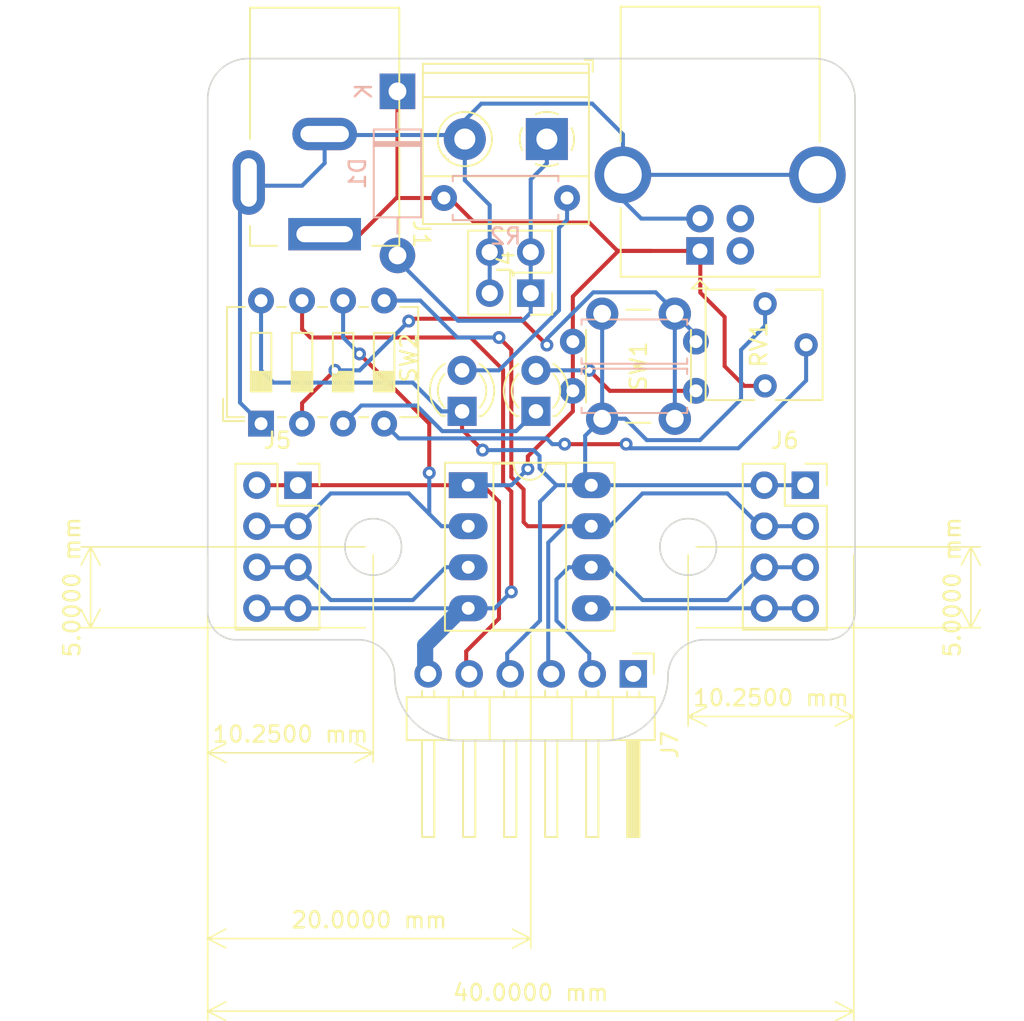
<source format=kicad_pcb>
(kicad_pcb (version 20221018) (generator pcbnew)
  (layers (0 "F.Cu" signal) (31 "B.Cu" signal) (34 "B.Paste" user) (35 "F.Paste" user) (36 "B.SilkS" user "B.Silkscreen") (37 "F.SilkS" user "F.Silkscreen") (38 "B.Mask" user) (39 "F.Mask" user) (44 "Edge.Cuts" user))
  (net 0 "")
  (net 1 "VCC")
  (net 2 "Net-(D1-A)")
  (net 3 "GND")
  (net 4 "Net-(D2-A)")
  (net 5 "/led_op")
  (net 6 "Net-(D3-A)")
  (net 7 "/on{slash}off")
  (net 10 "/ra5")
  (net 11 "/ra4")
  (net 12 "/ra3")
  (net 13 "/pgd")
  (net 14 "/pgc")
  (net 15 "/ra2")
  (net 17 "/reset")
  (net 18 "/pot")
  (footprint "Connector_PinSocket_2.54mm:PinSocket_2x04_P2.54mm_Vertical" (layer "F.Cu") (at 116.84 106.68)
    (fp_text reference "J5" (at -1.27 -2.77) (layer "F.SilkS"))
    (fp_text value "Conn_02x04_Odd_Even")
    (pad "1" thru_hole rect (at 0 0) (size 1.7 1.7) (drill 1) (layers "*.Cu" "*.Mask") (net 1 "VCC"))
    (pad "2" thru_hole oval (at -2.54 0) (size 1.7 1.7) (drill 1) (layers "*.Cu" "*.Mask") (net 1 "VCC"))
    (pad "3" thru_hole oval (at 0 2.54) (size 1.7 1.7) (drill 1) (layers "*.Cu" "*.Mask") (net 10 "/ra5"))
    (pad "4" thru_hole oval (at -2.54 2.54) (size 1.7 1.7) (drill 1) (layers "*.Cu" "*.Mask") (net 10 "/ra5"))
    (pad "5" thru_hole oval (at 0 5.08) (size 1.7 1.7) (drill 1) (layers "*.Cu" "*.Mask") (net 11 "/ra4"))
    (pad "6" thru_hole oval (at -2.54 5.08) (size 1.7 1.7) (drill 1) (layers "*.Cu" "*.Mask") (net 11 "/ra4"))
    (pad "7" thru_hole oval (at 0 7.62) (size 1.7 1.7) (drill 1) (layers "*.Cu" "*.Mask") (net 12 "/ra3"))
    (pad "8" thru_hole oval (at -2.54 7.62) (size 1.7 1.7) (drill 1) (layers "*.Cu" "*.Mask") (net 12 "/ra3"))
  )
  (footprint "Connector_PinSocket_2.54mm:PinSocket_2x04_P2.54mm_Vertical" (layer "F.Cu") (at 148.25 106.68)
    (fp_text reference "J6" (at -1.27 -2.77) (layer "F.SilkS"))
    (fp_text value "Conn_02x04_Odd_Even")
    (pad "1" thru_hole rect (at 0 0) (size 1.7 1.7) (drill 1) (layers "*.Cu" "*.Mask") (net 3 "GND"))
    (pad "2" thru_hole oval (at -2.54 0) (size 1.7 1.7) (drill 1) (layers "*.Cu" "*.Mask") (net 3 "GND"))
    (pad "3" thru_hole oval (at 0 2.54) (size 1.7 1.7) (drill 1) (layers "*.Cu" "*.Mask") (net 13 "/pgd"))
    (pad "4" thru_hole oval (at -2.54 2.54) (size 1.7 1.7) (drill 1) (layers "*.Cu" "*.Mask") (net 13 "/pgd"))
    (pad "5" thru_hole oval (at 0 5.08) (size 1.7 1.7) (drill 1) (layers "*.Cu" "*.Mask") (net 14 "/pgc"))
    (pad "6" thru_hole oval (at -2.54 5.08) (size 1.7 1.7) (drill 1) (layers "*.Cu" "*.Mask") (net 14 "/pgc"))
    (pad "7" thru_hole oval (at 0 7.62) (size 1.7 1.7) (drill 1) (layers "*.Cu" "*.Mask") (net 15 "/ra2"))
    (pad "8" thru_hole oval (at -2.54 7.62) (size 1.7 1.7) (drill 1) (layers "*.Cu" "*.Mask") (net 15 "/ra2"))
  )
  (footprint "Package_DIP:DIP-8_W7.62mm_Socket_LongPads" (layer "F.Cu") (at 127.38 106.68)
    (fp_text reference "U1" hide)
    (fp_text value "PIC16F15313")
    (pad "1" thru_hole rect (at 0 0) (size 2.4 1.6) (drill 0.8) (layers "*.Cu" "*.Mask") (net 1 "VCC"))
    (pad "2" thru_hole oval (at 0 2.54) (size 2.4 1.6) (drill 0.8) (layers "*.Cu" "*.Mask") (net 10 "/ra5"))
    (pad "3" thru_hole oval (at 0 5.08) (size 2.4 1.6) (drill 0.8) (layers "*.Cu" "*.Mask") (net 11 "/ra4"))
    (pad "4" thru_hole oval (at 0 7.62) (size 2.4 1.6) (drill 0.8) (layers "*.Cu" "*.Mask") (net 12 "/ra3"))
    (pad "5" thru_hole oval (at 7.62 7.62) (size 2.4 1.6) (drill 0.8) (layers "*.Cu" "*.Mask") (net 15 "/ra2"))
    (pad "6" thru_hole oval (at 7.62 5.08) (size 2.4 1.6) (drill 0.8) (layers "*.Cu" "*.Mask") (net 14 "/pgc"))
    (pad "7" thru_hole oval (at 7.62 2.54) (size 2.4 1.6) (drill 0.8) (layers "*.Cu" "*.Mask") (net 13 "/pgd"))
    (pad "8" thru_hole oval (at 7.62 0) (size 2.4 1.6) (drill 0.8) (layers "*.Cu" "*.Mask") (net 3 "GND"))
  )
  (footprint "Connector_PinSocket_2.54mm:PinSocket_2x02_P2.54mm_Vertical" (layer "F.Cu") (at 131.25 94.79 -90)
    (fp_text reference "J4" (at -1.778 1.524 90) (layer "F.SilkS"))
    (fp_text value "POWER HEADERS")
    (pad "1" thru_hole rect (at 0 0 270) (size 1.7 1.7) (drill 1) (layers "*.Cu" "*.Mask") (net 2 "Net-(D1-A)"))
    (pad "2" thru_hole oval (at -2.54 0 270) (size 1.7 1.7) (drill 1) (layers "*.Cu" "*.Mask") (net 2 "Net-(D1-A)"))
    (pad "3" thru_hole oval (at 0 2.54 270) (size 1.7 1.7) (drill 1) (layers "*.Cu" "*.Mask") (net 7 "/on{slash}off"))
    (pad "4" thru_hole oval (at -2.54 2.54 270) (size 1.7 1.7) (drill 1) (layers "*.Cu" "*.Mask") (net 7 "/on{slash}off"))
  )
  (footprint "Button_Switch_THT:SW_PUSH_6mm_H4.3mm" (layer "F.Cu") (at 135.672 102.564 90)
    (fp_text reference "SW1" (at 3.25 2.25 90) (layer "F.SilkS"))
    (fp_text value "RESET")
    (pad "1" thru_hole circle (at 0 0 180) (size 2 2) (drill 1.1) (layers "*.Cu" "*.Mask") (net 3 "GND"))
    (pad "1" thru_hole circle (at 6.5 0 180) (size 2 2) (drill 1.1) (layers "*.Cu" "*.Mask") (net 3 "GND"))
    (pad "2" thru_hole circle (at 0 4.5 180) (size 2 2) (drill 1.1) (layers "*.Cu" "*.Mask") (net 17 "/reset"))
    (pad "2" thru_hole circle (at 6.5 4.5 180) (size 2 2) (drill 1.1) (layers "*.Cu" "*.Mask") (net 17 "/reset"))
  )
  (footprint "TerminalBlock_Phoenix:TerminalBlock_Phoenix_MKDS-1,5-2-5.08_1x02_P5.08mm_Horizontal" (layer "F.Cu") (at 132.25 85.25 180)
    (fp_text reference "J3" hide)
    (fp_text value "TERMINAL BLOCK")
    (pad "1" thru_hole rect (at 0 0 180) (size 2.6 2.6) (drill 1.3) (layers "*.Cu" "*.Mask") (net 2 "Net-(D1-A)"))
    (pad "2" thru_hole circle (at 5.08 0 180) (size 2.6 2.6) (drill 1.3) (layers "*.Cu" "*.Mask") (net 7 "/on{slash}off"))
  )
  (footprint "LED_THT:LED_D3.0mm" (layer "F.Cu") (at 131.572 102.108 90)
    (fp_text reference "D3" hide)
    (fp_text value "LED_OP")
    (pad "1" thru_hole rect (at 0 0 90) (size 1.8 1.8) (drill 0.9) (layers "*.Cu" "*.Mask") (net 5 "/led_op"))
    (pad "2" thru_hole circle (at 2.54 0 90) (size 1.8 1.8) (drill 0.9) (layers "*.Cu" "*.Mask") (net 6 "Net-(D3-A)"))
  )
  (footprint "Button_Switch_THT:SW_DIP_SPSTx04_Slide_6.7x11.72mm_W7.62mm_P2.54mm_LowProfile" (layer "F.Cu") (at 114.554 102.87 90)
    (fp_text reference "SW2" (at 4.064 9.144 90) (layer "F.SilkS"))
    (fp_text value "CONTROL")
    (pad "1" thru_hole rect (at 0 0 90) (size 1.6 1.6) (drill 0.8) (layers "*.Cu" "*.Mask") (net 7 "/on{slash}off"))
    (pad "2" thru_hole oval (at 0 2.54 90) (size 1.6 1.6) (drill 0.8) (layers "*.Cu" "*.Mask") (net 17 "/reset"))
    (pad "3" thru_hole oval (at 0 5.08 90) (size 1.6 1.6) (drill 0.8) (layers "*.Cu" "*.Mask") (net 5 "/led_op"))
    (pad "4" thru_hole oval (at 0 7.62 90) (size 1.6 1.6) (drill 0.8) (layers "*.Cu" "*.Mask") (net 18 "/pot"))
    (pad "5" thru_hole oval (at 7.62 7.62 90) (size 1.6 1.6) (drill 0.8) (layers "*.Cu" "*.Mask") (net 13 "/pgd"))
    (pad "6" thru_hole oval (at 7.62 5.08 90) (size 1.6 1.6) (drill 0.8) (layers "*.Cu" "*.Mask") (net 10 "/ra5"))
    (pad "7" thru_hole oval (at 7.62 2.54 90) (size 1.6 1.6) (drill 0.8) (layers "*.Cu" "*.Mask") (net 12 "/ra3"))
    (pad "8" thru_hole oval (at 7.62 0 90) (size 1.6 1.6) (drill 0.8) (layers "*.Cu" "*.Mask") (net 3 "GND"))
  )
  (footprint "Connector_PinHeader_2.54mm:PinHeader_1x06_P2.54mm_Horizontal" (layer "F.Cu") (at 137.6 118.364 -90)
    (fp_text reference "J7" (at 4.385 -2.27 90) (layer "F.SilkS"))
    (fp_text value "ICSP")
    (pad "1" thru_hole rect (at 0 0 270) (size 1.7 1.7) (drill 1) (layers "*.Cu" "*.Mask"))
    (pad "2" thru_hole oval (at 0 2.54 270) (size 1.7 1.7) (drill 1) (layers "*.Cu" "*.Mask") (net 14 "/pgc"))
    (pad "3" thru_hole oval (at 0 5.08 270) (size 1.7 1.7) (drill 1) (layers "*.Cu" "*.Mask") (net 13 "/pgd"))
    (pad "4" thru_hole oval (at 0 7.62 270) (size 1.7 1.7) (drill 1) (layers "*.Cu" "*.Mask") (net 3 "GND"))
    (pad "5" thru_hole oval (at 0 10.16 270) (size 1.7 1.7) (drill 1) (layers "*.Cu" "*.Mask") (net 1 "VCC"))
    (pad "6" thru_hole oval (at 0 12.7 270) (size 1.7 1.7) (drill 1) (layers "*.Cu" "*.Mask") (net 12 "/ra3"))
  )
  (footprint "Connector_BarrelJack:BarrelJack_Kycon_KLDX-0202-xC_Horizontal" (layer "F.Cu") (at 118.492 91.138 -90)
    (fp_text reference "J1" (at 0 -6 -90 unlocked) (layer "F.SilkS"))
    (fp_text value "JACK DC")
    (pad "1" thru_hole rect (at 0 0 270) (size 2 4.5) (drill oval 1 3.5) (layers "*.Cu" "*.Mask") (net 1 "VCC"))
    (pad "2" thru_hole oval (at -6.2 0 270) (size 2 4) (drill oval 1 3) (layers "*.Cu" "*.Mask") (net 7 "/on{slash}off"))
    (pad "3" thru_hole oval (at -3.2 4.7) (size 2 4) (drill oval 1 3) (layers "*.Cu" "*.Mask") (net 7 "/on{slash}off"))
  )
  (footprint "Connector_USB:USB_B_OST_USB-B1HSxx_Horizontal" (layer "F.Cu") (at 141.73 92.1755 90)
    (fp_text reference "J2" hide)
    (fp_text value "USB_B")
    (pad "1" thru_hole rect (at 0 0 90) (size 1.7 1.7) (drill 0.92) (layers "*.Cu" "*.Mask") (net 1 "VCC"))
    (pad "2" thru_hole circle (at 0 2.5 90) (size 1.7 1.7) (drill 0.92) (layers "*.Cu" "*.Mask"))
    (pad "3" thru_hole circle (at 2 2.5 90) (size 1.7 1.7) (drill 0.92) (layers "*.Cu" "*.Mask"))
    (pad "4" thru_hole circle (at 2 0 90) (size 1.7 1.7) (drill 0.92) (layers "*.Cu" "*.Mask") (net 7 "/on{slash}off"))
    (pad "5" thru_hole circle (at 4.71 -4.77 90) (size 3.5 3.5) (drill 2.33) (layers "*.Cu" "*.Mask") (net 7 "/on{slash}off"))
    (pad "5" thru_hole circle (at 4.71 7.27 90) (size 3.5 3.5) (drill 2.33) (layers "*.Cu" "*.Mask") (net 7 "/on{slash}off"))
  )
  (footprint "LED_THT:LED_D3.0mm" (layer "F.Cu") (at 127 102.108 90)
    (fp_text reference "D2" hide)
    (fp_text value "LED_ON")
    (pad "1" thru_hole rect (at 0 0 90) (size 1.8 1.8) (drill 0.9) (layers "*.Cu" "*.Mask") (net 3 "GND"))
    (pad "2" thru_hole circle (at 2.54 0 90) (size 1.8 1.8) (drill 0.9) (layers "*.Cu" "*.Mask") (net 4 "Net-(D2-A)"))
  )
  (footprint "Potentiometer_THT:Potentiometer_Vishay_T73YP_Vertical" (layer "F.Cu") (at 145.76 100.532)
    (fp_text reference "RV1" (at -0.382 -2.546 90) (layer "F.SilkS"))
    (fp_text value "TRIMPOT 10K")
    (pad "1" thru_hole circle (at 0 0) (size 1.44 1.44) (drill 0.8) (layers "*.Cu" "*.Mask") (net 1 "VCC"))
    (pad "2" thru_hole circle (at 2.54 -2.54) (size 1.44 1.44) (drill 0.8) (layers "*.Cu" "*.Mask") (net 18 "/pot"))
    (pad "3" thru_hole circle (at 0 -5.08) (size 1.44 1.44) (drill 0.8) (layers "*.Cu" "*.Mask") (net 3 "GND"))
  )
  (footprint "Resistor_THT:R_Axial_DIN0207_L6.3mm_D2.5mm_P7.62mm_Horizontal" (layer "B.Cu") (at 125.88 88.9)
    (fp_text reference "R2" (at 3.81 2.37) (layer "B.SilkS") (effects (justify mirror)))
    (fp_text value "330")
    (pad "1" thru_hole circle (at 0 0) (size 1.6 1.6) (drill 0.8) (layers "*.Cu" "*.Mask") (net 1 "VCC"))
    (pad "2" thru_hole oval (at 7.62 0) (size 1.6 1.6) (drill 0.8) (layers "*.Cu" "*.Mask") (net 4 "Net-(D2-A)"))
  )
  (footprint "Resistor_THT:R_Axial_DIN0207_L6.3mm_D2.5mm_P7.62mm_Horizontal" (layer "B.Cu") (at 133.858 100.838)
    (fp_text reference "R3" hide)
    (fp_text value "330")
    (pad "1" thru_hole circle (at 0 0) (size 1.6 1.6) (drill 0.8) (layers "*.Cu" "*.Mask") (net 1 "VCC"))
    (pad "2" thru_hole oval (at 7.62 0) (size 1.6 1.6) (drill 0.8) (layers "*.Cu" "*.Mask") (net 6 "Net-(D3-A)"))
  )
  (footprint "Resistor_THT:R_Axial_DIN0207_L6.3mm_D2.5mm_P7.62mm_Horizontal" (layer "B.Cu") (at 133.858 97.79)
    (fp_text reference "R1" hide)
    (fp_text value "10k")
    (pad "1" thru_hole circle (at 0 0) (size 1.6 1.6) (drill 0.8) (layers "*.Cu" "*.Mask") (net 1 "VCC"))
    (pad "2" thru_hole oval (at 7.62 0) (size 1.6 1.6) (drill 0.8) (layers "*.Cu" "*.Mask") (net 17 "/reset"))
  )
  (footprint "Diode_THT:D_DO-41_SOD81_P10.16mm_Horizontal" (layer "B.Cu") (at 123 82.296 -90)
    (fp_text reference "D1" (at 5.08 2.47 90) (layer "B.SilkS") (effects (justify mirror)))
    (fp_text value "1N4001")
    (fp_text user "K" (at 0 2.1 90) (layer "B.SilkS") (effects (justify mirror)))
    (pad "1" thru_hole rect (at 0 0 270) (size 2.2 2.2) (drill 1.1) (layers "*.Cu" "*.Mask") (net 1 "VCC"))
    (pad "2" thru_hole oval (at 10.16 0 270) (size 2.2 2.2) (drill 1.1) (layers "*.Cu" "*.Mask") (net 2 "Net-(D1-A)"))
  )
  (gr_arc (start 126.828427 122.5) (mid 124 121.328427) (end 122.828427 118.5) (stroke (width 0.1)) (layer "Edge.Cuts"))
  (gr_arc (start 148.828426 80.267766) (mid 150.596193 80.999999) (end 151.328426 82.767766) (stroke (width 0.1)) (layer "Edge.Cuts"))
  (gr_line (start 111.25 114.5) (end 111.25 82.767767) (stroke (width 0.1)) (layer "Edge.Cuts"))
  (gr_line (start 126.828427 122.5) (end 131.25 122.5) (stroke (width 0.1)) (layer "Edge.Cuts"))
  (gr_arc (start 113 116.25) (mid 111.762563 115.737437) (end 111.25 114.5) (stroke (width 0.1)) (layer "Edge.Cuts"))
  (gr_line (start 120.578427 116.25) (end 113 116.25) (stroke (width 0.1)) (layer "Edge.Cuts"))
  (gr_line (start 113.75 80.267767) (end 148.828426 80.267766) (stroke (width 0.1)) (layer "Edge.Cuts"))
  (gr_arc (start 111.25 82.767767) (mid 111.982233 81) (end 113.75 80.267767) (stroke (width 0.1)) (layer "Edge.Cuts"))
  (gr_arc (start 120.578427 116.25) (mid 122.169417 116.90901) (end 122.828427 118.5) (stroke (width 0.1)) (layer "Edge.Cuts"))
  (gr_arc (start 139.749999 118.499999) (mid 138.578426 121.328426) (end 135.749999 122.499999) (stroke (width 0.1)) (layer "Edge.Cuts"))
  (gr_circle (center 141 110.5) (end 142.75 110.5) (stroke (width 0.1)) (fill none) (layer "Edge.Cuts"))
  (gr_arc (start 151.328426 114.499999) (mid 150.815863 115.737436) (end 149.578426 116.249999) (stroke (width 0.1)) (layer "Edge.Cuts"))
  (gr_circle (center 121.5 110.5) (end 123.25 110.5) (stroke (width 0.1)) (fill none) (layer "Edge.Cuts"))
  (gr_line (start 151.328426 114.499999) (end 151.328426 82.767766) (stroke (width 0.1)) (layer "Edge.Cuts"))
  (gr_line (start 141.999999 116.249999) (end 149.578426 116.249999) (stroke (width 0.1)) (layer "Edge.Cuts"))
  (gr_arc (start 139.749999 118.499999) (mid 140.409009 116.909009) (end 141.999999 116.249999) (stroke (width 0.1)) (layer "Edge.Cuts"))
  (gr_line (start 135.749999 122.499999) (end 131.25 122.5) (stroke (width 0.1)) (layer "Edge.Cuts"))
  (dimension (type aligned) (layer "F.SilkS") (pts (xy 121.5 110.5) (xy 111.25 110.5)) (height -12.75) (gr_text "10.2500 mm" (at 116.375 122.1) (layer "F.SilkS") (effects (font (size 1 1) (thickness 0.15)))) (format (prefix "") (suffix "") (units 3) (units_format 1) (precision 4)) (style (thickness 0.1) (arrow_length 1.27) (text_position_mode 0) (extension_height 0.58642) (extension_offset 0.5) keep_text_aligned))
  (dimension (type aligned) (layer "F.SilkS") (pts (xy 141 110.5) (xy 151.25 110.5)) (height 10.5) (gr_text "10.2500 mm" (at 146.125 119.85) (layer "F.SilkS") (effects (font (size 1 1) (thickness 0.15)))) (format (prefix "") (suffix "") (units 3) (units_format 1) (precision 4)) (style (thickness 0.1) (arrow_length 1.27) (text_position_mode 0) (extension_height 0.58642) (extension_offset 0.5) keep_text_aligned))
  (dimension (type aligned) (layer "F.SilkS") (pts (xy 111.25 115.5) (xy 131.25 115.5)) (height 19.25) (gr_text "20.0000 mm" (at 121.25 133.6) (layer "F.SilkS") (effects (font (size 1 1) (thickness 0.15)))) (format (prefix "") (suffix "") (units 3) (units_format 1) (precision 4)) (style (thickness 0.1) (arrow_length 1.27) (text_position_mode 0) (extension_height 0.58642) (extension_offset 0.5) keep_text_aligned))
  (dimension (type aligned) (layer "F.SilkS") (pts (xy 121.5 110.5) (xy 121.5 115.5)) (height 17.5) (gr_text "5.0000 mm" (at 102.85 113 90) (layer "F.SilkS") (effects (font (size 1 1) (thickness 0.15)))) (format (prefix "") (suffix "") (units 3) (units_format 1) (precision 4)) (style (thickness 0.1) (arrow_length 1.27) (text_position_mode 0) (extension_height 0.58642) (extension_offset 0.5) keep_text_aligned))
  (dimension (type aligned) (layer "F.SilkS") (pts (xy 111.25 115.5) (xy 151.25 115.5)) (height 23.75) (gr_text "40.0000 mm" (at 131.25 138.1) (layer "F.SilkS") (effects (font (size 1 1) (thickness 0.15)))) (format (prefix "") (suffix "") (units 3) (units_format 1) (precision 4)) (style (thickness 0.1) (arrow_length 1.27) (text_position_mode 0) (extension_height 0.58642) (extension_offset 0.5) keep_text_aligned))
  (dimension (type aligned) (layer "F.SilkS") (pts (xy 141 110.5) (xy 141 115.5)) (height -17.5) (gr_text "5.0000 mm" (at 157.35 113 90) (layer "F.SilkS") (effects (font (size 1 1) (thickness 0.15)))) (format (prefix "") (suffix "") (units 3) (units_format 1) (precision 4)) (style (thickness 0.1) (arrow_length 1.27) (text_position_mode 0) (extension_height 0.58642) (extension_offset 0.5) keep_text_aligned))
  (segment (start 122.936 88.9) (end 124.968 88.9) (width 0.25) (layer "F.Cu") (net 1))
  (segment (start 133.858 97.79) (end 133.858 94.996) (width 0.25) (layer "F.Cu") (net 1))
  (segment (start 123 88.836) (end 122.936 88.9) (width 0.25) (layer "F.Cu") (net 1))
  (segment (start 118.492 91.138) (end 120.698 91.138) (width 0.25) (layer "F.Cu") (net 1))
  (segment (start 129.286 107.696) (end 128.27 106.68) (width 0.25) (layer "F.Cu") (net 1))
  (segment (start 141.75 92.1755) (end 141.75 94.76) (width 0.25) (layer "F.Cu") (net 1))
  (segment (start 131.0715 105.664) (end 131.0715 104.8945) (width 0.25) (layer "F.Cu") (net 1))
  (segment (start 128.27 106.68) (end 127 106.68) (width 0.25) (layer "F.Cu") (net 1))
  (segment (start 138.684 92.1755) (end 141.75 92.1755) (width 0.25) (layer "F.Cu") (net 1))
  (segment (start 133.858 100.838) (end 133.858 97.79) (width 0.25) (layer "F.Cu") (net 1))
  (segment (start 131.0715 104.8945) (end 133.858 102.108) (width 0.25) (layer "F.Cu") (net 1))
  (segment (start 127.254 116.967) (end 129.286 114.935) (width 0.25) (layer "F.Cu") (net 1))
  (segment (start 136.6785 92.1755) (end 138.684 92.1755) (width 0.25) (layer "F.Cu") (net 1))
  (segment (start 134.874 90.424) (end 127.762 90.424) (width 0.25) (layer "F.Cu") (net 1))
  (segment (start 129.286 114.935) (end 129.286 107.696) (width 0.25) (layer "F.Cu") (net 1))
  (segment (start 127.254 118.364) (end 127.254 116.967) (width 0.25) (layer "F.Cu") (net 1))
  (segment (start 143.256 99.314) (end 144.474 100.532) (width 0.25) (layer "F.Cu") (net 1))
  (segment (start 141.75 94.76) (end 143.256 96.266) (width 0.25) (layer "F.Cu") (net 1))
  (segment (start 127.762 90.424) (end 126.238 88.9) (width 0.25) (layer "F.Cu") (net 1))
  (segment (start 144.474 100.532) (end 145.76 100.532) (width 0.25) (layer "F.Cu") (net 1))
  (segment (start 126.238 88.9) (end 124.968 88.9) (width 0.25) (layer "F.Cu") (net 1))
  (segment (start 123 82.296) (end 123 88.836) (width 0.25) (layer "F.Cu") (net 1))
  (segment (start 114.3 106.68) (end 127 106.68) (width 0.25) (layer "F.Cu") (net 1))
  (segment (start 133.858 94.996) (end 136.6785 92.1755) (width 0.25) (layer "F.Cu") (net 1))
  (segment (start 143.256 96.266) (end 143.256 99.314) (width 0.25) (layer "F.Cu") (net 1))
  (segment (start 138.684 92.1755) (end 136.6255 92.1755) (width 0.25) (layer "F.Cu") (net 1))
  (segment (start 136.6255 92.1755) (end 134.874 90.424) (width 0.25) (layer "F.Cu") (net 1))
  (segment (start 133.858 102.108) (end 133.858 100.838) (width 0.25) (layer "F.Cu") (net 1))
  (segment (start 120.698 91.138) (end 122.936 88.9) (width 0.25) (layer "F.Cu") (net 1))
  (via (at 131.0715 105.664) (size 0.8) (drill 0.4) (layers "F.Cu" "B.Cu") (net 1))
  (segment (start 131.0715 105.664) (end 130.0555 106.68) (width 0.25) (layer "B.Cu") (net 1))
  (segment (start 130.0555 106.68) (end 127.38 106.68) (width 0.25) (layer "B.Cu") (net 1))
  (segment (start 131.25 87.75) (end 132.25 86.75) (width 0.25) (layer "B.Cu") (net 2))
  (segment (start 131.25 96) (end 131.25 87.75) (width 0.25) (layer "B.Cu") (net 2))
  (segment (start 126.75 96.5) (end 130.75 96.5) (width 0.25) (layer "B.Cu") (net 2))
  (segment (start 132.25 86.75) (end 132.25 85.25) (width 0.25) (layer "B.Cu") (net 2))
  (segment (start 123 92.456) (end 123 92.75) (width 0.25) (layer "B.Cu") (net 2))
  (segment (start 123 92.75) (end 126.75 96.5) (width 0.25) (layer "B.Cu") (net 2))
  (segment (start 130.75 96.5) (end 131.25 96) (width 0.25) (layer "B.Cu") (net 2))
  (segment (start 128.27 104.5075) (end 127 103.2375) (width 0.25) (layer "F.Cu") (net 3))
  (segment (start 127 103.2375) (end 127 102.108) (width 0.25) (layer "F.Cu") (net 3))
  (via (at 128.27 104.5075) (size 0.8) (drill 0.4) (layers "F.Cu" "B.Cu") (net 3))
  (segment (start 114.554 99.568) (end 114.554 95.25) (width 0.25) (layer "B.Cu") (net 3))
  (segment (start 129.794 117.094) (end 131.826 115.062) (width 0.25) (layer "B.Cu") (net 3))
  (segment (start 131.826 115.062) (end 131.826 107.696) (width 0.25) (layer "B.Cu") (net 3))
  (segment (start 141.729 103.889) (end 144.272 101.346) (width 0.25) (layer "B.Cu") (net 3))
  (segment (start 127 102.108) (end 125.73 102.108) (width 0.25) (layer "B.Cu") (net 3))
  (segment (start 131.4315 104.5075) (end 128.27 104.5075) (width 0.25) (layer "B.Cu") (net 3))
  (segment (start 123.952 100.33) (end 115.316 100.33) (width 0.25) (layer "B.Cu") (net 3))
  (segment (start 125.73 102.108) (end 123.952 100.33) (width 0.25) (layer "B.Cu") (net 3))
  (segment (start 131.826 107.696) (end 132.842 106.68) (width 0.25) (layer "B.Cu") (net 3))
  (segment (start 135.672 102.564) (end 137.108 102.564) (width 0.25) (layer "B.Cu") (net 3))
  (segment (start 115.316 100.33) (end 114.554 99.568) (width 0.25) (layer "B.Cu") (net 3))
  (segment (start 134.62 106.68) (end 134.62 103.616) (width 0.25) (layer "B.Cu") (net 3))
  (segment (start 144.272 101.346) (end 144.272 98.298) (width 0.25) (layer "B.Cu") (net 3))
  (segment (start 135.672 96.064) (end 135.672 102.564) (width 0.25) (layer "B.Cu") (net 3))
  (segment (start 138.433 103.889) (end 141.729 103.889) (width 0.25) (layer "B.Cu") (net 3))
  (segment (start 129.794 118.364) (end 129.794 117.094) (width 0.25) (layer "B.Cu") (net 3))
  (segment (start 137.108 102.564) (end 138.433 103.889) (width 0.25) (layer "B.Cu") (net 3))
  (segment (start 134.62 106.68) (end 148.25 106.68) (width 0.25) (layer "B.Cu") (net 3))
  (segment (start 132.842 106.68) (end 131.7965 105.6345) (width 0.25) (layer "B.Cu") (net 3))
  (segment (start 145.76 96.81) (end 145.76 95.452) (width 0.25) (layer "B.Cu") (net 3))
  (segment (start 132.842 106.68) (end 134.62 106.68) (width 0.25) (layer "B.Cu") (net 3))
  (segment (start 134.62 103.616) (end 135.672 102.564) (width 0.25) (layer "B.Cu") (net 3))
  (segment (start 144.272 98.298) (end 145.76 96.81) (width 0.25) (layer "B.Cu") (net 3))
  (segment (start 131.7965 105.6345) (end 131.7965 104.8725) (width 0.25) (layer "B.Cu") (net 3))
  (segment (start 131.7965 104.8725) (end 131.4315 104.5075) (width 0.25) (layer "B.Cu") (net 3))
  (segment (start 133 95.854) (end 133 90.75) (width 0.25) (layer "B.Cu") (net 4))
  (segment (start 127 99.568) (end 129.286 99.568) (width 0.25) (layer "B.Cu") (net 4))
  (segment (start 133 90.75) (end 133.5 90.25) (width 0.25) (layer "B.Cu") (net 4))
  (segment (start 129.286 99.568) (end 133 95.854) (width 0.25) (layer "B.Cu") (net 4))
  (segment (start 133.5 90.25) (end 133.5 88.9) (width 0.25) (layer "B.Cu") (net 4))
  (segment (start 119.634 102.87) (end 120.759 101.745) (width 0.25) (layer "B.Cu") (net 5))
  (segment (start 124.187 101.745) (end 125.775 103.333) (width 0.25) (layer "B.Cu") (net 5))
  (segment (start 120.759 101.745) (end 124.187 101.745) (width 0.25) (layer "B.Cu") (net 5))
  (segment (start 125.775 103.333) (end 130.347 103.333) (width 0.25) (layer "B.Cu") (net 5))
  (segment (start 130.347 103.333) (end 131.572 102.108) (width 0.25) (layer "B.Cu") (net 5))
  (segment (start 136.144 100.838) (end 141.478 100.838) (width 0.25) (layer "F.Cu") (net 6))
  (segment (start 134.874 99.568) (end 136.144 100.838) (width 0.25) (layer "F.Cu") (net 6))
  (via (at 134.874 99.568) (size 0.8) (drill 0.4) (layers "F.Cu" "B.Cu") (net 6))
  (segment (start 131.572 99.568) (end 134.874 99.568) (width 0.25) (layer "B.Cu") (net 6))
  (segment (start 128.71 89.34) (end 128.71 94.79) (width 0.25) (layer "B.Cu") (net 7))
  (segment (start 113.25 88.48) (end 113.792 87.938) (width 0.25) (layer "B.Cu") (net 7))
  (segment (start 118.492 86.74) (end 118.492 84.938) (width 0.25) (layer "B.Cu") (net 7))
  (segment (start 127.17 87.8) (end 128.71 89.34) (width 0.25) (layer "B.Cu") (net 7))
  (segment (start 118.492 84.938) (end 118.554 85) (width 0.25) (layer "B.Cu") (net 7))
  (segment (start 113.25 101.566) (end 113.25 88.48) (width 0.25) (layer "B.Cu") (net 7))
  (segment (start 127.17 85.25) (end 127.17 87.8) (width 0.25) (layer "B.Cu") (net 7))
  (segment (start 113.792 87.938) (end 113.992 88.138) (width 0.25) (layer "B.Cu") (net 7))
  (segment (start 127.17 84.08) (end 127.17 85.25) (width 0.25) (layer "B.Cu") (net 7))
  (segment (start 136.96 84.96) (end 135.058 83.058) (width 0.25) (layer "B.Cu") (net 7))
  (segment (start 118.554 85) (end 126.92 85) (width 0.25) (layer "B.Cu") (net 7))
  (segment (start 138.092 90.1755) (end 135.382 87.4655) (width 0.25) (layer "B.Cu") (net 7))
  (segment (start 141.73 90.1755) (end 138.092 90.1755) (width 0.25) (layer "B.Cu") (net 7))
  (segment (start 135.382 87.4655) (end 147.422 87.4655) (width 0.25) (layer "B.Cu") (net 7))
  (segment (start 128.192 83.058) (end 127.17 84.08) (width 0.25) (layer "B.Cu") (net 7))
  (segment (start 126.92 85) (end 127.17 85.25) (width 0.25) (layer "B.Cu") (net 7))
  (segment (start 113.992 88.138) (end 117.094 88.138) (width 0.25) (layer "B.Cu") (net 7))
  (segment (start 114.554 102.87) (end 113.25 101.566) (width 0.25) (layer "B.Cu") (net 7))
  (segment (start 135.058 83.058) (end 128.192 83.058) (width 0.25) (layer "B.Cu") (net 7))
  (segment (start 117.094 88.138) (end 118.492 86.74) (width 0.25) (layer "B.Cu") (net 7))
  (segment (start 136.96 87.4655) (end 136.96 84.96) (width 0.25) (layer "B.Cu") (net 7))
  (segment (start 120.65 98.552) (end 124.968 102.87) (width 0.25) (layer "F.Cu") (net 10))
  (segment (start 124.968 102.87) (end 124.968 105.918) (width 0.25) (layer "F.Cu") (net 10))
  (via (at 124.968 105.918) (size 0.8) (drill 0.4) (layers "F.Cu" "B.Cu") (net 10))
  (via (at 120.65 98.552) (size 0.8) (drill 0.4) (layers "F.Cu" "B.Cu") (net 10))
  (segment (start 118.872 107.188) (end 116.84 109.22) (width 0.25) (layer "B.Cu") (net 10))
  (segment (start 123.698 107.188) (end 118.872 107.188) (width 0.25) (layer "B.Cu") (net 10))
  (segment (start 116.84 109.22) (end 114.3 109.22) (width 0.25) (layer "B.Cu") (net 10))
  (segment (start 119.634 95.25) (end 119.634 97.536) (width 0.25) (layer "B.Cu") (net 10))
  (segment (start 124.968 105.918) (end 124.968 108.458) (width 0.25) (layer "B.Cu") (net 10))
  (segment (start 119.634 97.536) (end 120.65 98.552) (width 0.25) (layer "B.Cu") (net 10))
  (segment (start 124.968 108.458) (end 125.73 109.22) (width 0.25) (layer "B.Cu") (net 10))
  (segment (start 125.73 109.22) (end 127.38 109.22) (width 0.25) (layer "B.Cu") (net 10))
  (segment (start 124.968 108.458) (end 123.698 107.188) (width 0.25) (layer "B.Cu") (net 10))
  (segment (start 127.38 111.76) (end 125.984 111.76) (width 0.25) (layer "B.Cu") (net 11))
  (segment (start 116.84 111.76) (end 114.3 111.76) (width 0.25) (layer "B.Cu") (net 11))
  (segment (start 123.952 113.792) (end 118.872 113.792) (width 0.25) (layer "B.Cu") (net 11))
  (segment (start 118.872 113.792) (end 116.84 111.76) (width 0.25) (layer "B.Cu") (net 11))
  (segment (start 125.984 111.76) (end 123.952 113.792) (width 0.25) (layer "B.Cu") (net 11))
  (segment (start 127.536 97.536) (end 117.602 97.536) (width 0.25) (layer "F.Cu") (net 12))
  (segment (start 117.094 97.028) (end 117.094 95.25) (width 0.25) (layer "F.Cu") (net 12))
  (segment (start 129.54 106.57) (end 129.54 99.54) (width 0.25) (layer "F.Cu") (net 12))
  (segment (start 129.54 99.54) (end 127.536 97.536) (width 0.25) (layer "F.Cu") (net 12))
  (segment (start 130.048 113.284) (end 130.048 107.078) (width 0.25) (layer "F.Cu") (net 12))
  (segment (start 117.602 97.536) (end 117.094 97.028) (width 0.25) (layer "F.Cu") (net 12))
  (segment (start 130.048 107.078) (end 129.54 106.57) (width 0.25) (layer "F.Cu") (net 12))
  (via (at 130.048 113.284) (size 0.8) (drill 0.4) (layers "F.Cu" "B.Cu") (net 12))
  (segment (start 114.3 114.3) (end 127 114.3) (width 0.25) (layer "B.Cu") (net 12))
  (segment (start 130.048 113.284) (end 129.032 114.3) (width 0.25) (layer "B.Cu") (net 12))
  (segment (start 129.032 114.3) (end 127 114.3) (width 0.25) (layer "B.Cu") (net 12))
  (segment (start 124.714 118.364) (end 124.714 116.586) (width 1) (layer "B.Cu") (net 12))
  (segment (start 124.714 116.586) (end 127 114.3) (width 1) (layer "B.Cu") (net 12))
  (segment (start 130.048 98.298) (end 130.048 106.179802) (width 0.25) (layer "F.Cu") (net 13))
  (segment (start 130.048 106.179802) (end 130.81 106.941802) (width 0.25) (layer "F.Cu") (net 13))
  (segment (start 129.286 97.536) (end 130.048 98.298) (width 0.25) (layer "F.Cu") (net 13))
  (segment (start 131.064 109.22) (end 134.62 109.22) (width 0.25) (layer "F.Cu") (net 13))
  (segment (start 130.81 106.941802) (end 130.81 108.966) (width 0.25) (layer "F.Cu") (net 13))
  (segment (start 130.81 108.966) (end 131.064 109.22) (width 0.25) (layer "F.Cu") (net 13))
  (via (at 129.286 97.536) (size 0.8) (drill 0.4) (layers "F.Cu" "B.Cu") (net 13))
  (segment (start 134.62 109.22) (end 136.144 109.22) (width 0.25) (layer "B.Cu") (net 13))
  (segment (start 132.334 110.236) (end 133.35 109.22) (width 0.25) (layer "B.Cu") (net 13))
  (segment (start 122.174 95.25) (end 124.414412 95.25) (width 0.25) (layer "B.Cu") (net 13))
  (segment (start 143.428 107.188) (end 145.46 109.22) (width 0.25) (layer "B.Cu") (net 13))
  (segment (start 138.176 107.188) (end 143.428 107.188) (width 0.25) (layer "B.Cu") (net 13))
  (segment (start 126.700412 97.536) (end 129.286 97.536) (width 0.25) (layer "B.Cu") (net 13))
  (segment (start 145.46 109.22) (end 148.25 109.22) (width 0.25) (layer "B.Cu") (net 13))
  (segment (start 136.144 109.22) (end 138.176 107.188) (width 0.25) (layer "B.Cu") (net 13))
  (segment (start 124.414412 95.25) (end 126.700412 97.536) (width 0.25) (layer "B.Cu") (net 13))
  (segment (start 132.334 118.364) (end 132.334 110.236) (width 0.25) (layer "B.Cu") (net 13))
  (segment (start 133.35 109.22) (end 134.62 109.22) (width 0.25) (layer "B.Cu") (net 13))
  (segment (start 138.176 113.792) (end 136.144 111.76) (width 0.25) (layer "B.Cu") (net 14))
  (segment (start 132.842 115.062) (end 132.842 112.522) (width 0.25) (layer "B.Cu") (net 14))
  (segment (start 148.25 111.76) (end 145.46 111.76) (width 0.25) (layer "B.Cu") (net 14))
  (segment (start 143.428 113.792) (end 138.176 113.792) (width 0.25) (layer "B.Cu") (net 14))
  (segment (start 136.144 111.76) (end 134.62 111.76) (width 0.25) (layer "B.Cu") (net 14))
  (segment (start 133.604 111.76) (end 134.62 111.76) (width 0.25) (layer "B.Cu") (net 14))
  (segment (start 145.46 111.76) (end 143.428 113.792) (width 0.25) (layer "B.Cu") (net 14))
  (segment (start 132.842 112.522) (end 133.604 111.76) (width 0.25) (layer "B.Cu") (net 14))
  (segment (start 134.874 118.364) (end 134.874 117.094) (width 0.25) (layer "B.Cu") (net 14))
  (segment (start 134.874 117.094) (end 132.842 115.062) (width 0.25) (layer "B.Cu") (net 14))
  (segment (start 134.62 114.3) (end 148.25 114.3) (width 0.25) (layer "B.Cu") (net 15))
  (segment (start 132.25 98) (end 130.625 96.375) (width 0.25) (layer "F.Cu") (net 17))
  (segment (start 119.126 99.568) (end 117.094 101.6) (width 0.25) (layer "F.Cu") (net 17))
  (segment (start 130.625 96.375) (end 123.843 96.375) (width 0.25) (layer "F.Cu") (net 17))
  (segment (start 117.094 101.6) (end 117.094 102.87) (width 0.25) (layer "F.Cu") (net 17))
  (segment (start 123.843 96.375) (end 123.698 96.52) (width 0.25) (layer "F.Cu") (net 17))
  (via (at 123.698 96.52) (size 0.8) (drill 0.4) (layers "F.Cu" "B.Cu") (net 17))
  (via (at 132.25 98) (size 0.8) (drill 0.4) (layers "F.Cu" "B.Cu") (net 17))
  (via (at 119.126 99.568) (size 0.8) (drill 0.4) (layers "F.Cu" "B.Cu") (net 17))
  (segment (start 140.172 96.064) (end 140.172 102.564) (width 0.25) (layer "B.Cu") (net 17))
  (segment (start 140.172 95.922) (end 140.172 96.064) (width 0.25) (layer "B.Cu") (net 17))
  (segment (start 123.698 96.52) (end 123.698 96.529305) (width 0.25) (layer "B.Cu") (net 17))
  (segment (start 141.478 97.79) (end 141.478 97.37) (width 0.25) (layer "B.Cu") (net 17))
  (segment (start 123.698 96.529305) (end 120.659305 99.568) (width 0.25) (layer "B.Cu") (net 17))
  (segment (start 141.478 97.37) (end 140.172 96.064) (width 0.25) (layer "B.Cu") (net 17))
  (segment (start 138.989 94.739) (end 140.172 95.922) (width 0.25) (layer "B.Cu") (net 17))
  (segment (start 132.25 98) (end 132.25 97.612167) (width 0.25) (layer "B.Cu") (net 17))
  (segment (start 120.659305 99.568) (end 119.126 99.568) (width 0.25) (layer "B.Cu") (net 17))
  (segment (start 132.25 97.612167) (end 135.123167 94.739) (width 0.25) (layer "B.Cu") (net 17))
  (segment (start 135.123167 94.739) (end 138.989 94.739) (width 0.25) (layer "B.Cu") (net 17))
  (segment (start 133.35 104.14) (end 137.155701 104.14) (width 0.25) (layer "F.Cu") (net 18))
  (via (at 137.155701 104.14) (size 0.8) (drill 0.4) (layers "F.Cu" "B.Cu") (net 18))
  (via (at 133.35 104.14) (size 0.8) (drill 0.4) (layers "F.Cu" "B.Cu") (net 18))
  (segment (start 148.3 100.2) (end 148.3 97.992) (width 0.25) (layer "B.Cu") (net 18))
  (segment (start 144.106 104.394) (end 148.3 100.2) (width 0.25) (layer "B.Cu") (net 18))
  (segment (start 132.231 103.783) (end 123.087 103.783) (width 0.25) (layer "B.Cu") (net 18))
  (segment (start 137.409701 104.394) (end 144.106 104.394) (width 0.25) (layer "B.Cu") (net 18))
  (segment (start 133.35 104.14) (end 132.588 104.14) (width 0.25) (layer "B.Cu") (net 18))
  (segment (start 137.155701 104.14) (end 137.409701 104.394) (width 0.25) (layer "B.Cu") (net 18))
  (segment (start 132.588 104.14) (end 132.231 103.783) (width 0.25) (layer "B.Cu") (net 18))
  (segment (start 123.087 103.783) (end 122.174 102.87) (width 0.25) (layer "B.Cu") (net 18))
)
</source>
